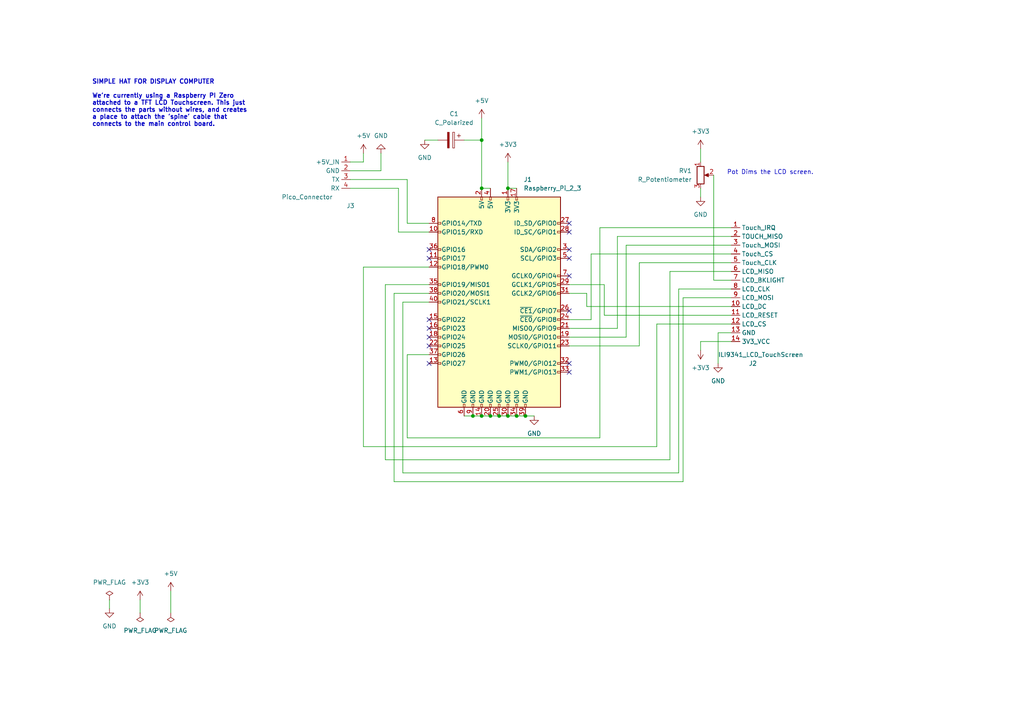
<source format=kicad_sch>
(kicad_sch (version 20211123) (generator eeschema)
  (paper "A4")
  (lib_symbols
    (symbol "Connector:Raspberry_Pi_2_3" (pin_names (offset 1.016))
      (property "Reference" "J" (at -17.78 31.75 0))
      (property "Value" "Raspberry_Pi_2_3" (at 10.16 -31.75 0))
      (symbol "Raspberry_Pi_2_3_0_1"
        (rectangle (start -17.78 30.48) (end 17.78 -30.48) (stroke (width 0.254)) (fill (type background)))
      )
      (symbol "Raspberry_Pi_2_3_1_1"
        (rectangle (start -16.891 -17.526) (end -17.78 -18.034))
        (rectangle (start -16.891 -14.986) (end -17.78 -15.494))
        (rectangle (start -16.891 -12.446) (end -17.78 -12.954))
        (rectangle (start -16.891 -9.906) (end -17.78 -10.414))
        (rectangle (start -16.891 -7.366) (end -17.78 -7.874))
        (rectangle (start -16.891 -4.826) (end -17.78 -5.334))
        (rectangle (start -16.891 0.254) (end -17.78 -0.254))
        (rectangle (start -16.891 2.794) (end -17.78 2.286))
        (rectangle (start -16.891 5.334) (end -17.78 4.826))
        (rectangle (start -16.891 10.414) (end -17.78 9.906))
        (rectangle (start -16.891 12.954) (end -17.78 12.446))
        (rectangle (start -16.891 15.494) (end -17.78 14.986))
        (rectangle (start -16.891 20.574) (end -17.78 20.066))
        (rectangle (start -16.891 23.114) (end -17.78 22.606))
        (rectangle (start -10.414 -29.591) (end -9.906 -30.48))
        (rectangle (start -7.874 -29.591) (end -7.366 -30.48))
        (rectangle (start -5.334 -29.591) (end -4.826 -30.48))
        (rectangle (start -5.334 30.48) (end -4.826 29.591))
        (rectangle (start -2.794 -29.591) (end -2.286 -30.48))
        (rectangle (start -2.794 30.48) (end -2.286 29.591))
        (rectangle (start -0.254 -29.591) (end 0.254 -30.48))
        (rectangle (start 2.286 -29.591) (end 2.794 -30.48))
        (rectangle (start 2.286 30.48) (end 2.794 29.591))
        (rectangle (start 4.826 -29.591) (end 5.334 -30.48))
        (rectangle (start 4.826 30.48) (end 5.334 29.591))
        (rectangle (start 7.366 -29.591) (end 7.874 -30.48))
        (rectangle (start 17.78 -20.066) (end 16.891 -20.574))
        (rectangle (start 17.78 -17.526) (end 16.891 -18.034))
        (rectangle (start 17.78 -12.446) (end 16.891 -12.954))
        (rectangle (start 17.78 -9.906) (end 16.891 -10.414))
        (rectangle (start 17.78 -7.366) (end 16.891 -7.874))
        (rectangle (start 17.78 -4.826) (end 16.891 -5.334))
        (rectangle (start 17.78 -2.286) (end 16.891 -2.794))
        (rectangle (start 17.78 2.794) (end 16.891 2.286))
        (rectangle (start 17.78 5.334) (end 16.891 4.826))
        (rectangle (start 17.78 7.874) (end 16.891 7.366))
        (rectangle (start 17.78 12.954) (end 16.891 12.446))
        (rectangle (start 17.78 15.494) (end 16.891 14.986))
        (rectangle (start 17.78 20.574) (end 16.891 20.066))
        (rectangle (start 17.78 23.114) (end 16.891 22.606))
        (pin power_in line (at 2.54 33.02 270) (length 2.54) (name "3V3") (number "1"))
        (pin bidirectional line (at -20.32 20.32 0) (length 2.54) (name "GPIO15/RXD") (number "10"))
        (pin bidirectional line (at -20.32 12.7 0) (length 2.54) (name "GPIO17") (number "11"))
        (pin bidirectional line (at -20.32 10.16 0) (length 2.54) (name "GPIO18/PWM0") (number "12"))
        (pin bidirectional line (at -20.32 -17.78 0) (length 2.54) (name "GPIO27") (number "13"))
        (pin power_in line (at -5.08 -33.02 90) (length 2.54) (name "GND") (number "14"))
        (pin bidirectional line (at -20.32 -5.08 0) (length 2.54) (name "GPIO22") (number "15"))
        (pin bidirectional line (at -20.32 -7.62 0) (length 2.54) (name "GPIO23") (number "16"))
        (pin power_in line (at 5.08 33.02 270) (length 2.54) (name "3V3") (number "17"))
        (pin bidirectional line (at -20.32 -10.16 0) (length 2.54) (name "GPIO24") (number "18"))
        (pin bidirectional line (at 20.32 -10.16 180) (length 2.54) (name "MOSI0/GPIO10") (number "19"))
        (pin power_in line (at -5.08 33.02 270) (length 2.54) (name "5V") (number "2"))
        (pin power_in line (at -2.54 -33.02 90) (length 2.54) (name "GND") (number "20"))
        (pin bidirectional line (at 20.32 -7.62 180) (length 2.54) (name "MISO0/GPIO9") (number "21"))
        (pin bidirectional line (at -20.32 -12.7 0) (length 2.54) (name "GPIO25") (number "22"))
        (pin bidirectional line (at 20.32 -12.7 180) (length 2.54) (name "SCLK0/GPIO11") (number "23"))
        (pin bidirectional line (at 20.32 -5.08 180) (length 2.54) (name "~{CE0}/GPIO8") (number "24"))
        (pin power_in line (at 0 -33.02 90) (length 2.54) (name "GND") (number "25"))
        (pin bidirectional line (at 20.32 -2.54 180) (length 2.54) (name "~{CE1}/GPIO7") (number "26"))
        (pin bidirectional line (at 20.32 22.86 180) (length 2.54) (name "ID_SD/GPIO0") (number "27"))
        (pin bidirectional line (at 20.32 20.32 180) (length 2.54) (name "ID_SC/GPIO1") (number "28"))
        (pin bidirectional line (at 20.32 5.08 180) (length 2.54) (name "GCLK1/GPIO5") (number "29"))
        (pin bidirectional line (at 20.32 15.24 180) (length 2.54) (name "SDA/GPIO2") (number "3"))
        (pin power_in line (at 2.54 -33.02 90) (length 2.54) (name "GND") (number "30"))
        (pin bidirectional line (at 20.32 2.54 180) (length 2.54) (name "GCLK2/GPIO6") (number "31"))
        (pin bidirectional line (at 20.32 -17.78 180) (length 2.54) (name "PWM0/GPIO12") (number "32"))
        (pin bidirectional line (at 20.32 -20.32 180) (length 2.54) (name "PWM1/GPIO13") (number "33"))
        (pin power_in line (at 5.08 -33.02 90) (length 2.54) (name "GND") (number "34"))
        (pin bidirectional line (at -20.32 5.08 0) (length 2.54) (name "GPIO19/MISO1") (number "35"))
        (pin bidirectional line (at -20.32 15.24 0) (length 2.54) (name "GPIO16") (number "36"))
        (pin bidirectional line (at -20.32 -15.24 0) (length 2.54) (name "GPIO26") (number "37"))
        (pin bidirectional line (at -20.32 2.54 0) (length 2.54) (name "GPIO20/MOSI1") (number "38"))
        (pin power_in line (at 7.62 -33.02 90) (length 2.54) (name "GND") (number "39"))
        (pin power_in line (at -2.54 33.02 270) (length 2.54) (name "5V") (number "4"))
        (pin bidirectional line (at -20.32 0 0) (length 2.54) (name "GPIO21/SCLK1") (number "40"))
        (pin bidirectional line (at 20.32 12.7 180) (length 2.54) (name "SCL/GPIO3") (number "5"))
        (pin power_in line (at -10.16 -33.02 90) (length 2.54) (name "GND") (number "6"))
        (pin bidirectional line (at 20.32 7.62 180) (length 2.54) (name "GCLK0/GPIO4") (number "7"))
        (pin bidirectional line (at -20.32 22.86 0) (length 2.54) (name "GPIO14/TXD") (number "8"))
        (pin power_in line (at -7.62 -33.02 90) (length 2.54) (name "GND") (number "9"))
      )
    )
    (symbol "Device:C_Polarized" (pin_numbers hide) (pin_names (offset 0.254))
      (property "Reference" "C" (at 0.635 2.54 0))
      (property "Value" "C_Polarized" (at 0.635 -2.54 0))
      (symbol "C_Polarized_0_1"
        (rectangle (start -2.286 0.508) (end 2.286 1.016))
        (polyline (pts (xy -1.778 2.286) (xy -0.762 2.286)))
        (polyline (pts (xy -1.27 2.794) (xy -1.27 1.778)))
        (rectangle (start 2.286 -0.508) (end -2.286 -1.016) (fill (type outline)))
      )
      (symbol "C_Polarized_1_1"
        (pin passive line (at 0 3.81 270) (length 2.794) (name "~") (number "1"))
        (pin passive line (at 0 -3.81 90) (length 2.794) (name "~") (number "2"))
      )
    )
    (symbol "Device:R_Potentiometer" (pin_names (offset 1.016) hide)
      (property "Reference" "RV" (at -4.445 0 90))
      (property "Value" "R_Potentiometer" (at -2.54 0 90))
      (symbol "R_Potentiometer_0_1"
        (polyline (pts (xy 2.54 0) (xy 1.524 0)))
        (polyline (pts (xy 1.143 0) (xy 2.286 0.508) (xy 2.286 -0.508) (xy 1.143 0)) (fill (type outline)))
        (rectangle (start 1.016 2.54) (end -1.016 -2.54) (stroke (width 0.254)))
      )
      (symbol "R_Potentiometer_1_1"
        (pin passive line (at 0 3.81 270) (length 1.27) (name "1") (number "1"))
        (pin passive line (at 3.81 0 180) (length 1.27) (name "2") (number "2"))
        (pin passive line (at 0 -3.81 90) (length 1.27) (name "3") (number "3"))
      )
    )
    (symbol "PiHat:ILI9341_LCD_TouchScreen"
      (property "Reference" "J" (at 0 -10.16 0))
      (property "Value" "ILI9341_LCD_TouchScreen" (at 0 -6.35 0))
      (symbol "ILI9341_LCD_TouchScreen_1_1"
        (pin input line (at -2.54 33.02 0) (length 2.54) (name "Touch_IRQ") (number "1"))
        (pin input line (at -2.54 10.16 0) (length 2.54) (name "LCD_DC") (number "10"))
        (pin input line (at -2.54 7.62 0) (length 2.54) (name "LCD_RESET") (number "11"))
        (pin input line (at -2.54 5.08 0) (length 2.54) (name "LCD_CS") (number "12"))
        (pin power_in line (at -2.54 2.54 0) (length 2.54) (name "GND") (number "13"))
        (pin power_in line (at -2.54 0 0) (length 2.54) (name "3V3_VCC") (number "14"))
        (pin input line (at -2.54 30.48 0) (length 2.54) (name "TOUCH_MISO") (number "2"))
        (pin input line (at -2.54 27.94 0) (length 2.54) (name "Touch_MOSI") (number "3"))
        (pin input line (at -2.54 25.4 0) (length 2.54) (name "Touch_CS") (number "4"))
        (pin input line (at -2.54 22.86 0) (length 2.54) (name "Touch_CLK") (number "5"))
        (pin input line (at -2.54 20.32 0) (length 2.54) (name "LCD_MISO") (number "6"))
        (pin power_out line (at -2.54 17.78 0) (length 2.54) (name "LCD_BKLIGHT") (number "7"))
        (pin input line (at -2.54 15.24 0) (length 2.54) (name "LCD_CLK") (number "8"))
        (pin input line (at -2.54 12.7 0) (length 2.54) (name "LCD_MOSI") (number "9"))
      )
    )
    (symbol "PiHat:Pico_Connector"
      (property "Reference" "J3" (at -1.27 -16.51 0))
      (property "Value" "Pico_Connector" (at 5.08 -13.97 0))
      (symbol "Pico_Connector_1_1"
        (pin power_in line (at 0 -3.81 0) (length 2.54) (name "+5V_IN") (number "1"))
        (pin power_in line (at 0 -6.35 0) (length 2.54) (name "GND") (number "2"))
        (pin input line (at 0 -8.89 0) (length 2.54) (name "TX") (number "3"))
        (pin input line (at 0 -11.43 0) (length 2.54) (name "RX") (number "4"))
      )
    )
    (symbol "power:+3V3" (power) (pin_names (offset 0))
      (property "Value" "+3V3" (at 0 3.556 0))
      (symbol "+3V3_0_1"
        (polyline (pts (xy -0.762 1.27) (xy 0 2.54)))
        (polyline (pts (xy 0 0) (xy 0 2.54)))
        (polyline (pts (xy 0 2.54) (xy 0.762 1.27)))
      )
      (symbol "+3V3_1_1"
        (pin power_in line (at 0 0 90) (length 0) hide (name "+3V3") (number "1"))
      )
    )
    (symbol "power:+5V" (power) (pin_names (offset 0))
      (property "Value" "+5V" (at 0 3.556 0))
      (symbol "+5V_0_1"
        (polyline (pts (xy -0.762 1.27) (xy 0 2.54)))
        (polyline (pts (xy 0 0) (xy 0 2.54)))
        (polyline (pts (xy 0 2.54) (xy 0.762 1.27)))
      )
      (symbol "+5V_1_1"
        (pin power_in line (at 0 0 90) (length 0) hide (name "+5V") (number "1"))
      )
    )
    (symbol "power:GND" (power) (pin_names (offset 0))
      (property "Value" "GND" (at 0 -3.81 0))
      (symbol "GND_0_1"
        (polyline (pts (xy 0 0) (xy 0 -1.27) (xy 1.27 -1.27) (xy 0 -2.54) (xy -1.27 -1.27) (xy 0 -1.27)))
      )
      (symbol "GND_1_1"
        (pin power_in line (at 0 0 270) (length 0) hide (name "GND") (number "1"))
      )
    )
    (symbol "power:PWR_FLAG" (power) (pin_numbers hide) (pin_names (offset 0) hide)
      (property "Value" "PWR_FLAG" (at 0 3.81 0))
      (symbol "PWR_FLAG_0_0"
        (pin power_out line (at 0 0 90) (length 0) (name "pwr") (number "1"))
      )
      (symbol "PWR_FLAG_0_1"
        (polyline (pts (xy 0 0) (xy 0 1.27) (xy -1.016 1.905) (xy 0 2.54) (xy 1.016 1.905) (xy 0 1.27)))
      )
    )
  )
  (junction (at 137.16 120.65))
  (junction (at 152.4 120.65))
  (junction (at 149.86 120.65))
  (junction (at 144.78 120.65))
  (junction (at 142.24 120.65))
  (junction (at 147.32 120.65))
  (junction (at 139.7 40.64))
  (junction (at 147.32 54.61))
  (junction (at 139.7 54.61))
  (junction (at 139.7 120.65))
  (no_connect (at 165.1 67.31))
  (no_connect (at 124.46 105.41))
  (no_connect (at 165.1 105.41))
  (no_connect (at 124.46 100.33))
  (no_connect (at 165.1 90.17))
  (no_connect (at 165.1 64.77))
  (no_connect (at 124.46 72.39))
  (no_connect (at 124.46 92.71))
  (no_connect (at 165.1 107.95))
  (no_connect (at 124.46 74.93))
  (no_connect (at 165.1 74.93))
  (no_connect (at 165.1 80.01))
  (no_connect (at 124.46 95.25))
  (no_connect (at 124.46 97.79))
  (no_connect (at 165.1 72.39))
  (wire (pts (xy 203.2 99.06) (xy 203.2 101.6)))
  (wire (pts (xy 212.09 86.36) (xy 198.12 86.36)))
  (wire (pts (xy 118.11 102.87) (xy 124.46 102.87)))
  (wire (pts (xy 142.24 120.65) (xy 144.78 120.65)))
  (wire (pts (xy 139.7 54.61) (xy 142.24 54.61)))
  (wire (pts (xy 185.42 76.2) (xy 185.42 100.33)))
  (wire (pts (xy 139.7 40.64) (xy 139.7 54.61)))
  (wire (pts (xy 207.01 81.28) (xy 212.09 81.28)))
  (wire (pts (xy 203.2 54.61) (xy 203.2 57.15)))
  (wire (pts (xy 208.28 96.52) (xy 208.28 105.41)))
  (wire (pts (xy 185.42 100.33) (xy 165.1 100.33)))
  (wire (pts (xy 179.07 95.25) (xy 165.1 95.25)))
  (wire (pts (xy 134.62 120.65) (xy 137.16 120.65)))
  (wire (pts (xy 212.09 96.52) (xy 208.28 96.52)))
  (wire (pts (xy 165.1 85.09) (xy 170.18 85.09)))
  (wire (pts (xy 170.18 88.9) (xy 170.18 85.09)))
  (wire (pts (xy 212.09 66.04) (xy 173.99 66.04)))
  (wire (pts (xy 196.85 137.16) (xy 116.84 137.16)))
  (wire (pts (xy 105.41 77.47) (xy 124.46 77.47)))
  (wire (pts (xy 212.09 73.66) (xy 171.45 73.66)))
  (wire (pts (xy 207.01 50.8) (xy 207.01 81.28)))
  (wire (pts (xy 171.45 92.71) (xy 165.1 92.71)))
  (wire (pts (xy 212.09 83.82) (xy 196.85 83.82)))
  (wire (pts (xy 101.6 46.99) (xy 105.41 46.99)))
  (wire (pts (xy 179.07 68.58) (xy 179.07 95.25)))
  (wire (pts (xy 31.75 173.99) (xy 31.75 176.53)))
  (wire (pts (xy 194.31 78.74) (xy 194.31 133.35)))
  (wire (pts (xy 212.09 78.74) (xy 194.31 78.74)))
  (wire (pts (xy 101.6 52.07) (xy 118.11 52.07)))
  (wire (pts (xy 40.64 173.99) (xy 40.64 177.8)))
  (wire (pts (xy 147.32 54.61) (xy 149.86 54.61)))
  (wire (pts (xy 212.09 91.44) (xy 175.26 91.44)))
  (wire (pts (xy 123.19 40.64) (xy 127 40.64)))
  (wire (pts (xy 49.53 171.45) (xy 49.53 177.8)))
  (wire (pts (xy 115.57 54.61) (xy 115.57 67.31)))
  (wire (pts (xy 181.61 97.79) (xy 165.1 97.79)))
  (wire (pts (xy 147.32 46.99) (xy 147.32 54.61)))
  (wire (pts (xy 101.6 54.61) (xy 115.57 54.61)))
  (wire (pts (xy 175.26 91.44) (xy 175.26 82.55)))
  (wire (pts (xy 152.4 120.65) (xy 154.94 120.65)))
  (wire (pts (xy 144.78 120.65) (xy 147.32 120.65)))
  (wire (pts (xy 118.11 64.77) (xy 124.46 64.77)))
  (wire (pts (xy 114.3 85.09) (xy 124.46 85.09)))
  (wire (pts (xy 105.41 44.45) (xy 105.41 46.99)))
  (wire (pts (xy 175.26 82.55) (xy 165.1 82.55)))
  (wire (pts (xy 203.2 43.18) (xy 203.2 46.99)))
  (wire (pts (xy 118.11 127) (xy 118.11 102.87)))
  (wire (pts (xy 190.5 129.54) (xy 105.41 129.54)))
  (wire (pts (xy 173.99 66.04) (xy 173.99 127)))
  (wire (pts (xy 118.11 52.07) (xy 118.11 64.77)))
  (wire (pts (xy 147.32 120.65) (xy 149.86 120.65)))
  (wire (pts (xy 134.62 40.64) (xy 139.7 40.64)))
  (wire (pts (xy 137.16 120.65) (xy 139.7 120.65)))
  (wire (pts (xy 181.61 71.12) (xy 181.61 97.79)))
  (wire (pts (xy 114.3 139.7) (xy 114.3 85.09)))
  (wire (pts (xy 171.45 73.66) (xy 171.45 92.71)))
  (wire (pts (xy 212.09 71.12) (xy 181.61 71.12)))
  (wire (pts (xy 190.5 93.98) (xy 190.5 129.54)))
  (wire (pts (xy 116.84 137.16) (xy 116.84 87.63)))
  (wire (pts (xy 101.6 49.53) (xy 110.49 49.53)))
  (wire (pts (xy 212.09 93.98) (xy 190.5 93.98)))
  (wire (pts (xy 111.76 82.55) (xy 124.46 82.55)))
  (wire (pts (xy 198.12 139.7) (xy 114.3 139.7)))
  (wire (pts (xy 139.7 120.65) (xy 142.24 120.65)))
  (wire (pts (xy 105.41 129.54) (xy 105.41 77.47)))
  (wire (pts (xy 139.7 34.29) (xy 139.7 40.64)))
  (wire (pts (xy 116.84 87.63) (xy 124.46 87.63)))
  (wire (pts (xy 212.09 76.2) (xy 185.42 76.2)))
  (wire (pts (xy 194.31 133.35) (xy 111.76 133.35)))
  (wire (pts (xy 115.57 67.31) (xy 124.46 67.31)))
  (wire (pts (xy 111.76 133.35) (xy 111.76 82.55)))
  (wire (pts (xy 173.99 127) (xy 118.11 127)))
  (wire (pts (xy 198.12 86.36) (xy 198.12 139.7)))
  (wire (pts (xy 196.85 83.82) (xy 196.85 137.16)))
  (wire (pts (xy 212.09 88.9) (xy 170.18 88.9)))
  (wire (pts (xy 212.09 99.06) (xy 203.2 99.06)))
  (wire (pts (xy 149.86 120.65) (xy 152.4 120.65)))
  (wire (pts (xy 110.49 44.45) (xy 110.49 49.53)))
  (wire (pts (xy 212.09 68.58) (xy 179.07 68.58)))
  (text "SIMPLE HAT FOR DISPLAY COMPUTER\n\nWe're currently using a Raspberry PI Zero\nattached to a TFT LCD Touchscreen. This just\nconnects the parts without wires, and creates\na place to attach the 'spine' cable that \nconnects to the main control board." (at 26.67 36.83 0) (effects (font (size 1.27 1.27) (thickness 0.254) bold) (justify left bottom)))
  (text "Pot Dims the LCD screen.\n" (at 210.82 50.8 0) (effects (font (size 1.27 1.27)) (justify left bottom)))
  (symbol (lib_id "Device:R_Potentiometer") (at 203.2 50.8 0) (unit 1)
    (property "Reference" "RV1" (at 200.66 49.5299 0) (effects (justify right)))
    (property "Value" "R_Potentiometer" (at 200.66 52.0699 0) (effects (justify right)))
    (property "Footprint" "Potentiometer_THT:Potentiometer_Runtron_RM-065_Vertical" (effects hide))
  )
  (symbol (lib_id "power:GND") (at 123.19 40.64 0) (unit 1)
    (property "Reference" "#PWR0106" (effects hide))
    (property "Value" "GND" (at 123.19 45.72 0))
  )
  (symbol (lib_id "power:+5V") (at 139.7 34.29 0) (unit 1)
    (property "Reference" "#PWR05" (effects hide))
    (property "Value" "+5V" (at 139.7 29.21 0))
  )
  (symbol (lib_id "power:PWR_FLAG") (at 49.53 177.8 0) (mirror x) (unit 1)
    (property "Reference" "#FLG01" (effects hide))
    (property "Value" "PWR_FLAG" (at 49.53 182.88 0))
  )
  (symbol (lib_id "Connector:Raspberry_Pi_2_3") (at 144.78 87.63 0) (unit 1)
    (property "Reference" "J1" (at 151.8794 52.07 0) (effects (justify left)))
    (property "Value" "Raspberry_Pi_2_3" (at 151.8794 54.61 0) (effects (justify left)))
    (property "Footprint" "Module:Raspberry_Pi_Zero_Socketed_THT_FaceDown_MountingHoles" (effects hide))
    (property "Datasheet" "https://www.raspberrypi.org/documentation/hardware/raspberrypi/schematics/rpi_SCH_3bplus_1p0_reduced.pdf" (effects hide))
  )
  (symbol (lib_id "power:+3V3") (at 203.2 43.18 0) (unit 1)
    (property "Reference" "#PWR0105" (effects hide))
    (property "Value" "+3V3" (at 203.2 38.1 0))
  )
  (symbol (lib_id "power:GND") (at 31.75 176.53 0) (unit 1)
    (property "Reference" "#PWR0102" (effects hide))
    (property "Value" "GND" (at 31.75 181.61 0))
  )
  (symbol (lib_id "power:GND") (at 110.49 44.45 0) (mirror x) (unit 1)
    (property "Reference" "#PWR06" (effects hide))
    (property "Value" "GND" (at 110.49 39.37 0))
  )
  (symbol (lib_id "power:PWR_FLAG") (at 31.75 173.99 0) (unit 1)
    (property "Reference" "#FLG0101" (effects hide))
    (property "Value" "PWR_FLAG" (at 31.75 168.91 0))
  )
  (symbol (lib_id "PiHat:ILI9341_LCD_TouchScreen") (at 214.63 99.06 0) (unit 1)
    (property "Reference" "J2" (at 217.17 105.41 0) (effects (justify left)))
    (property "Value" "ILI9341_LCD_TouchScreen" (at 208.28 102.87 0) (effects (justify left)))
    (property "Footprint" "Connector_PinSocket_2.54mm:PinSocket_1x14_P2.54mm_Vertical" (effects hide))
  )
  (symbol (lib_id "power:+5V") (at 49.53 171.45 0) (unit 1)
    (property "Reference" "#PWR04" (effects hide))
    (property "Value" "+5V" (at 49.53 166.37 0))
  )
  (symbol (lib_id "power:+3V3") (at 147.32 46.99 0) (unit 1)
    (property "Reference" "#PWR0104" (effects hide))
    (property "Value" "+3V3" (at 147.32 41.91 0))
  )
  (symbol (lib_id "power:+5V") (at 105.41 44.45 0) (unit 1)
    (property "Reference" "#PWR07" (effects hide))
    (property "Value" "+5V" (at 105.41 39.37 0))
  )
  (symbol (lib_id "power:GND") (at 208.28 105.41 0) (unit 1)
    (property "Reference" "#PWR03" (effects hide))
    (property "Value" "GND" (at 208.28 110.49 0))
  )
  (symbol (lib_id "PiHat:Pico_Connector") (at 101.6 43.18 0) (mirror y) (unit 1)
    (property "Reference" "J3" (at 102.87 59.69 0) (effects (justify left)))
    (property "Value" "Pico_Connector" (at 96.52 57.15 0) (effects (justify left)))
    (property "Footprint" "Connector_PinSocket_2.54mm:PinSocket_1x04_P2.54mm_Vertical" (effects hide))
  )
  (symbol (lib_id "power:GND") (at 154.94 120.65 0) (unit 1)
    (property "Reference" "#PWR01" (effects hide))
    (property "Value" "GND" (at 154.94 125.73 0))
  )
  (symbol (lib_id "power:+3V3") (at 40.64 173.99 0) (unit 1)
    (property "Reference" "#PWR0103" (effects hide))
    (property "Value" "+3V3" (at 40.64 168.91 0))
  )
  (symbol (lib_id "power:PWR_FLAG") (at 40.64 177.8 0) (mirror x) (unit 1)
    (property "Reference" "#FLG0102" (effects hide))
    (property "Value" "PWR_FLAG" (at 40.64 182.88 0))
  )
  (symbol (lib_id "Device:C_Polarized") (at 130.81 40.64 270) (unit 1)
    (property "Reference" "C1" (at 131.699 33.02 90))
    (property "Value" "C_Polarized" (at 131.699 35.56 90))
    (property "Footprint" "Capacitor_THT:CP_Radial_D6.3mm_P2.50mm" (effects hide))
  )
  (symbol (lib_id "power:+3V3") (at 203.2 101.6 0) (mirror x) (unit 1)
    (property "Reference" "#PWR0101" (effects hide))
    (property "Value" "+3V3" (at 203.2 106.68 0))
  )
  (symbol (lib_id "power:GND") (at 203.2 57.15 0) (unit 1)
    (property "Reference" "#PWR02" (effects hide))
    (property "Value" "GND" (at 203.2 62.23 0))
  )
)
</source>
